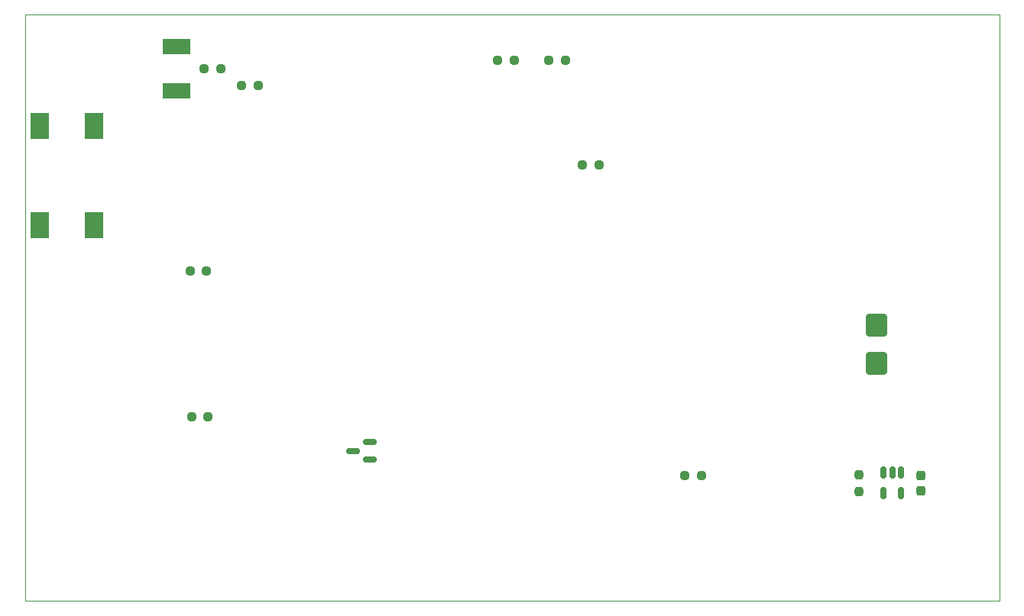
<source format=gbr>
%TF.GenerationSoftware,KiCad,Pcbnew,7.0.5*%
%TF.CreationDate,2024-03-02T19:22:20-05:00*%
%TF.ProjectId,moonratII,6d6f6f6e-7261-4744-9949-2e6b69636164,1.0*%
%TF.SameCoordinates,Original*%
%TF.FileFunction,Paste,Top*%
%TF.FilePolarity,Positive*%
%FSLAX46Y46*%
G04 Gerber Fmt 4.6, Leading zero omitted, Abs format (unit mm)*
G04 Created by KiCad (PCBNEW 7.0.5) date 2024-03-02 19:22:20*
%MOMM*%
%LPD*%
G01*
G04 APERTURE LIST*
G04 Aperture macros list*
%AMRoundRect*
0 Rectangle with rounded corners*
0 $1 Rounding radius*
0 $2 $3 $4 $5 $6 $7 $8 $9 X,Y pos of 4 corners*
0 Add a 4 corners polygon primitive as box body*
4,1,4,$2,$3,$4,$5,$6,$7,$8,$9,$2,$3,0*
0 Add four circle primitives for the rounded corners*
1,1,$1+$1,$2,$3*
1,1,$1+$1,$4,$5*
1,1,$1+$1,$6,$7*
1,1,$1+$1,$8,$9*
0 Add four rect primitives between the rounded corners*
20,1,$1+$1,$2,$3,$4,$5,0*
20,1,$1+$1,$4,$5,$6,$7,0*
20,1,$1+$1,$6,$7,$8,$9,0*
20,1,$1+$1,$8,$9,$2,$3,0*%
G04 Aperture macros list end*
%ADD10RoundRect,0.237500X0.250000X0.237500X-0.250000X0.237500X-0.250000X-0.237500X0.250000X-0.237500X0*%
%ADD11RoundRect,0.237500X0.237500X-0.250000X0.237500X0.250000X-0.237500X0.250000X-0.237500X-0.250000X0*%
%ADD12R,2.000000X3.000000*%
%ADD13R,2.000000X2.999999*%
%ADD14RoundRect,0.237500X-0.250000X-0.237500X0.250000X-0.237500X0.250000X0.237500X-0.250000X0.237500X0*%
%ADD15R,3.150000X1.780000*%
%ADD16RoundRect,0.250000X-0.900000X1.000000X-0.900000X-1.000000X0.900000X-1.000000X0.900000X1.000000X0*%
%ADD17RoundRect,0.237500X-0.237500X0.300000X-0.237500X-0.300000X0.237500X-0.300000X0.237500X0.300000X0*%
%ADD18RoundRect,0.150000X0.587500X0.150000X-0.587500X0.150000X-0.587500X-0.150000X0.587500X-0.150000X0*%
%ADD19RoundRect,0.150000X-0.150000X0.512500X-0.150000X-0.512500X0.150000X-0.512500X0.150000X0.512500X0*%
%TA.AperFunction,Profile*%
%ADD20C,0.100000*%
%TD*%
G04 APERTURE END LIST*
D10*
%TO.C,R2*%
X104212500Y-90079714D03*
X102387500Y-90079714D03*
%TD*%
D11*
%TO.C,R7*%
X142400000Y-137842214D03*
X142400000Y-136017214D03*
%TD*%
D12*
%TO.C,J1*%
X57650000Y-97300000D03*
X57650000Y-108300000D03*
X51650000Y-108300000D03*
D13*
X51650000Y-97300000D03*
%TD*%
D14*
%TO.C,R10*%
X74042000Y-92850714D03*
X75867000Y-92850714D03*
%TD*%
D10*
%TO.C,R3*%
X113585000Y-101600000D03*
X111760000Y-101600000D03*
%TD*%
D15*
%TO.C,F1*%
X66840707Y-93429293D03*
X66840707Y-88499293D03*
%TD*%
D10*
%TO.C,R4*%
X70312500Y-129600000D03*
X68487500Y-129600000D03*
%TD*%
D16*
%TO.C,D1*%
X144400000Y-119380000D03*
X144400000Y-123680000D03*
%TD*%
D10*
%TO.C,R5*%
X70112500Y-113400000D03*
X68287500Y-113400000D03*
%TD*%
D14*
%TO.C,R1*%
X123137500Y-136079714D03*
X124962500Y-136079714D03*
%TD*%
D10*
%TO.C,R9*%
X109875000Y-90079714D03*
X108050000Y-90079714D03*
%TD*%
D17*
%TO.C,C1*%
X149273000Y-136057214D03*
X149273000Y-137782214D03*
%TD*%
D18*
%TO.C,Q2*%
X88235000Y-134300000D03*
X88235000Y-132400000D03*
X86360000Y-133350000D03*
%TD*%
D19*
%TO.C,U1*%
X147050000Y-135792214D03*
X146100000Y-135792214D03*
X145150000Y-135792214D03*
X145150000Y-138067214D03*
X147050000Y-138067214D03*
%TD*%
D10*
%TO.C,R6*%
X71699500Y-90945714D03*
X69874500Y-90945714D03*
%TD*%
D20*
X50000000Y-150000000D02*
X158000000Y-150000000D01*
X158000000Y-85000000D02*
X50000000Y-85000000D01*
X50000000Y-85000000D02*
X50000000Y-150000000D01*
X158000000Y-150000000D02*
X158000000Y-85000000D01*
M02*

</source>
